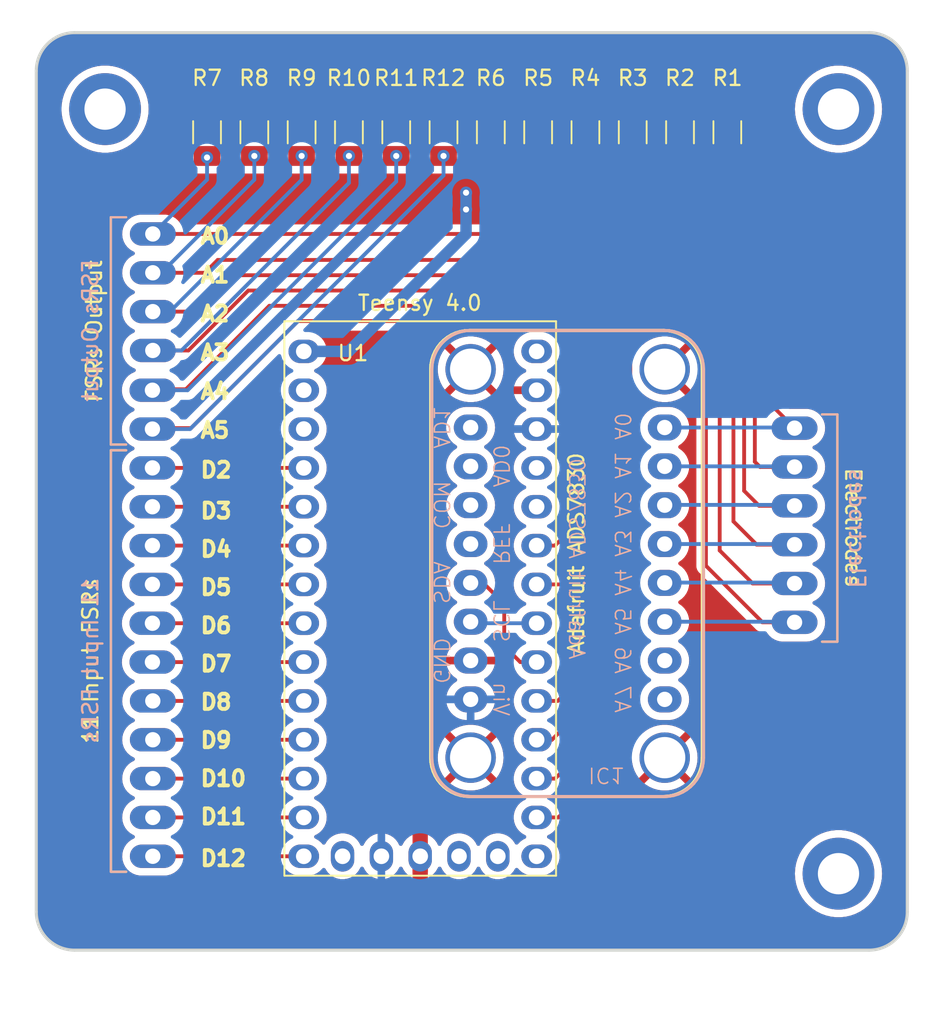
<source format=kicad_pcb>
(kicad_pcb (version 20221018) (generator pcbnew)
  (layers (0 "F.Cu" signal) (31 "B.Cu" signal) (34 "B.Paste" user) (35 "F.Paste" user) (36 "B.SilkS" user "B.Silkscreen") (37 "F.SilkS" user "F.Silkscreen") (38 "B.Mask" user) (39 "F.Mask" user) (44 "Edge.Cuts" user))
  (net 0 "")
  (net 1 "Net-(J1-Pad)")
  (net 2 "Net-(J2-Pad)")
  (net 3 "Net-(J3-Pad)")
  (net 4 "Net-(J4-Pad)")
  (net 5 "Net-(J5-Pad)")
  (net 6 "Net-(J6-Pad)")
  (net 7 "Net-(J7-Pad)")
  (net 8 "Net-(J8-Pad)")
  (net 9 "Net-(J9-Pad)")
  (net 10 "Net-(J10-Pad)")
  (net 11 "Net-(J11-Pad)")
  (net 14 "+3.3V")
  (net 20 "GND")
  (net 29 "/SDA")
  (net 30 "/SCL")
  (net 31 "/A0")
  (net 32 "/A1")
  (net 33 "/A2")
  (net 34 "/A3")
  (net 35 "/A4")
  (net 36 "/A5")
  (net 37 "/T_A0")
  (net 38 "/T_A1")
  (net 39 "/T_A2")
  (net 40 "/T_A3")
  (net 41 "/T_A7")
  (net 42 "/T_A6")
  (footprint "MasterThesis_library:Teensy_4.0" (layer "F.Cu") (at 147.5 94.49)
    (fp_text reference "U1" (at -4.4 -16.39) (layer "F.SilkS"))
    (fp_text value "Teensy_4.0")
    (pad "0" thru_hole oval (at -7.62 -13.97) (size 2 1.53) (drill 1.02) (layers "*.Cu" "*.Mask"))
    (pad "1" thru_hole oval (at -7.62 -11.43) (size 2 1.53) (drill 1.02) (layers "*.Cu" "*.Mask"))
    (pad "2" thru_hole oval (at -7.62 -8.89) (size 2 1.53) (drill 1.02) (layers "*.Cu" "*.Mask") (net 1 "Net-(J1-Pad)"))
    (pad "3" thru_hole oval (at -7.62 -6.35) (size 2 1.53) (drill 1.02) (layers "*.Cu" "*.Mask") (net 2 "Net-(J2-Pad)"))
    (pad "3.3V_1" thru_hole oval (at -2.54 16.51) (size 1.53 2) (drill 1.02) (layers "*.Cu" "*.Mask") (net 14 "+3.3V"))
    (pad "3.3V_2" thru_hole oval (at 7.62 -11.43) (size 2 1.53) (drill 1.02) (layers "*.Cu" "*.Mask") (net 14 "+3.3V"))
    (pad "4" thru_hole oval (at -7.62 -3.81) (size 2 1.53) (drill 1.02) (layers "*.Cu" "*.Mask") (net 3 "Net-(J3-Pad)"))
    (pad "5" thru_hole oval (at -7.62 -1.27) (size 2 1.53) (drill 1.02) (layers "*.Cu" "*.Mask") (net 4 "Net-(J4-Pad)"))
    (pad "6" thru_hole oval (at -7.62 1.27) (size 2 1.53) (drill 1.02) (layers "*.Cu" "*.Mask") (net 5 "Net-(J5-Pad)"))
    (pad "7" thru_hole oval (at -7.62 3.81) (size 2 1.53) (drill 1.02) (layers "*.Cu" "*.Mask") (net 6 "Net-(J6-Pad)"))
    (pad "8" thru_hole oval (at -7.62 6.35) (size 2 1.53) (drill 1.02) (layers "*.Cu" "*.Mask") (net 7 "Net-(J7-Pad)"))
    (pad "9" thru_hole oval (at -7.62 8.89) (size 2 1.53) (drill 1.02) (layers "*.Cu" "*.Mask") (net 8 "Net-(J8-Pad)"))
    (pad "10" thru_hole oval (at -7.62 11.43) (size 2 1.53) (drill 1.02) (layers "*.Cu" "*.Mask") (net 9 "Net-(J9-Pad)"))
    (pad "11" thru_hole oval (at -7.62 13.97) (size 2 1.53) (drill 1.02) (layers "*.Cu" "*.Mask") (net 10 "Net-(J10-Pad)"))
    (pad "12" thru_hole oval (at -7.62 16.51) (size 2 1.53) (drill 1.02) (layers "*.Cu" "*.Mask") (net 11 "Net-(J11-Pad)"))
    (pad "13" thru_hole oval (at 7.62 16.51) (size 2 1.53) (drill 1.02) (layers "*.Cu" "*.Mask"))
    (pad "14" thru_hole oval (at 7.62 13.97) (size 2 1.53) (drill 1.02) (layers "*.Cu" "*.Mask") (net 37 "/T_A0"))
    (pad "15" thru_hole oval (at 7.62 11.43) (size 2 1.53) (drill 1.02) (layers "*.Cu" "*.Mask") (net 38 "/T_A1"))
    (pad "16" thru_hole oval (at 7.62 8.89) (size 2 1.53) (drill 1.02) (layers "*.Cu" "*.Mask") (net 39 "/T_A2"))
    (pad "17" thru_hole oval (at 7.62 6.35) (size 2 1.53) (drill 1.02) (layers "*.Cu" "*.Mask") (net 40 "/T_A3"))
    (pad "18" thru_hole oval (at 7.62 3.81) (size 2 1.53) (drill 1.02) (layers "*.Cu" "*.Mask") (net 29 "/SDA"))
    (pad "19" thru_hole oval (at 7.62 1.27) (size 2 1.53) (drill 1.02) (layers "*.Cu" "*.Mask") (net 30 "/SCL"))
    (pad "20" thru_hole oval (at 7.62 -1.27) (size 2 1.53) (drill 1.02) (layers "*.Cu" "*.Mask") (net 42 "/T_A6"))
    (pad "21" thru_hole oval (at 7.62 -3.81) (size 2 1.53) (drill 1.02) (layers "*.Cu" "*.Mask") (net 41 "/T_A7"))
    (pad "22" thru_hole oval (at 7.62 -6.35) (size 2 1.53) (drill 1.02) (layers "*.Cu" "*.Mask"))
    (pad "23" thru_hole oval (at 7.62 -8.89) (size 2 1.53) (drill 1.02) (layers "*.Cu" "*.Mask"))
    (pad "G1" thru_hole oval (at -7.62 -16.51) (size 2 1.53) (drill 1.02) (layers "*.Cu" "*.Mask") (net 20 "GND"))
    (pad "G2" thru_hole oval (at 0 16.51) (size 1.53 2) (drill 1.02) (layers "*.Cu" "*.Mask") (net 20 "GND"))
    (pad "G3" thru_hole oval (at 7.62 -13.97) (size 2 1.53) (drill 1.02) (layers "*.Cu" "*.Mask") (net 20 "GND"))
    (pad "ON-OFF" thru_hole oval (at 5.08 16.51) (size 1.53 2) (drill 1.02) (layers "*.Cu" "*.Mask"))
    (pad "PGM" thru_hole oval (at 2.54 16.51) (size 1.53 2) (drill 1.02) (layers "*.Cu" "*.Mask"))
    (pad "VBAT" thru_hole oval (at -5.08 16.51) (size 1.53 2) (drill 1.02) (layers "*.Cu" "*.Mask"))
    (pad "VIN" thru_hole oval (at 7.62 -16.51) (size 2 1.53) (drill 1.02) (layers "*.Cu" "*.Mask"))
  )
  (footprint "MasterThesis_library:TH_Pad" (layer "F.Cu") (at 130 70.3 180)
    (fp_text reference "J12" hide)
    (fp_text value "~" hide)
    (pad "1" thru_hole oval (at 0 0 180) (size 3 1.524) (drill 1) (layers "*.Cu" "*.Mask") (net 37 "/T_A0"))
  )
  (footprint "Resistor_SMD:R_1206_3216Metric_Pad1.30x1.75mm_HandSolder" (layer "F.Cu") (at 133.549183 63.65 90)
    (fp_text reference "R7" (at 3.55 0.000817 180) (layer "F.SilkS"))
    (fp_text value "R")
    (pad "1" smd roundrect (at -1.55 0 90) (size 1.3 1.75) (layers "F.Cu" "F.Paste" "F.Mask") (roundrect_rratio 0.1923076923) (net 37 "/T_A0"))
    (pad "2" smd roundrect (at 1.55 0 90) (size 1.3 1.75) (layers "F.Cu" "F.Paste" "F.Mask") (roundrect_rratio 0.1923076923) (net 20 "GND"))
  )
  (footprint "Resistor_SMD:R_1206_3216Metric_Pad1.30x1.75mm_HandSolder" (layer "F.Cu") (at 142.835767 63.65 90)
    (fp_text reference "R10" (at 3.55 -0.005767 180) (layer "F.SilkS"))
    (fp_text value "R")
    (pad "1" smd roundrect (at -1.55 0 90) (size 1.3 1.75) (layers "F.Cu" "F.Paste" "F.Mask") (roundrect_rratio 0.1923076923) (net 40 "/T_A3"))
    (pad "2" smd roundrect (at 1.55 0 90) (size 1.3 1.75) (layers "F.Cu" "F.Paste" "F.Mask") (roundrect_rratio 0.1923076923) (net 20 "GND"))
  )
  (footprint "MasterThesis_library:TH_Pad" (layer "F.Cu") (at 129.999999 72.84 180)
    (fp_text reference "J13" hide)
    (fp_text value "~" hide)
    (pad "1" thru_hole oval (at 0 0 180) (size 3 1.524) (drill 1) (layers "*.Cu" "*.Mask") (net 38 "/T_A1"))
  )
  (footprint "Resistor_SMD:R_1206_3216Metric_Pad1.30x1.75mm_HandSolder" (layer "F.Cu") (at 161.408935 63.65 90)
    (fp_text reference "R3" (at 3.55 0.001065 180) (layer "F.SilkS"))
    (fp_text value "R")
    (pad "1" smd roundrect (at -1.55 0 90) (size 1.3 1.75) (layers "F.Cu" "F.Paste" "F.Mask") (roundrect_rratio 0.1923076923) (net 33 "/A2"))
    (pad "2" smd roundrect (at 1.55 0 90) (size 1.3 1.75) (layers "F.Cu" "F.Paste" "F.Mask") (roundrect_rratio 0.1923076923) (net 20 "GND"))
  )
  (footprint "MasterThesis_library:TH_Pad" (layer "F.Cu") (at 130 77.920001 180)
    (fp_text reference "J15" hide)
    (fp_text value "~" hide)
    (pad "1" thru_hole oval (at 0 0 180) (size 3 1.524) (drill 1) (layers "*.Cu" "*.Mask") (net 40 "/T_A3"))
  )
  (footprint "Resistor_SMD:R_1206_3216Metric_Pad1.30x1.75mm_HandSolder" (layer "F.Cu") (at 152.122351 63.65 90)
    (fp_text reference "R6" (at 3.55 -0.002351 180) (layer "F.SilkS"))
    (fp_text value "R")
    (pad "1" smd roundrect (at -1.55 0 90) (size 1.3 1.75) (layers "F.Cu" "F.Paste" "F.Mask") (roundrect_rratio 0.1923076923) (net 36 "/A5"))
    (pad "2" smd roundrect (at 1.55 0 90) (size 1.3 1.75) (layers "F.Cu" "F.Paste" "F.Mask") (roundrect_rratio 0.1923076923) (net 20 "GND"))
  )
  (footprint "MasterThesis_library:TH_Pad" (layer "F.Cu") (at 129.976 93.22)
    (fp_text reference "J4" hide)
    (fp_text value "~" hide)
    (pad "1" thru_hole oval (at 0 0) (size 3 1.524) (drill 1) (layers "*.Cu" "*.Mask") (net 4 "Net-(J4-Pad)"))
  )
  (footprint "clipboard:479cf161-736a-45d9-a045-d1ef12006b47" (layer "F.Cu") (at 165.965 91.85 90)
    (fp_text reference "" (at 0 0 90) (layer "F.SilkS") (effects (font (size 1.27 1.27))))
    (fp_text value "" (at 0 0 90) (layer "F.SilkS") (effects (font (size 1.27 1.27))))
  )
  (footprint "MasterThesis_library:TH_Pad" (layer "F.Cu") (at 129.976 88.14)
    (fp_text reference "J2" hide)
    (fp_text value "~" hide)
    (pad "1" thru_hole oval (at 0 0) (size 3 1.524) (drill 1) (layers "*.Cu" "*.Mask") (net 2 "Net-(J2-Pad)"))
  )
  (footprint "Resistor_SMD:R_1206_3216Metric_Pad1.30x1.75mm_HandSolder" (layer "F.Cu") (at 164.504463 63.65 90)
    (fp_text reference "R2" (at 3.55 -0.004463 180) (layer "F.SilkS"))
    (fp_text value "R")
    (pad "1" smd roundrect (at -1.55 0 90) (size 1.3 1.75) (layers "F.Cu" "F.Paste" "F.Mask") (roundrect_rratio 0.1923076923) (net 32 "/A1"))
    (pad "2" smd roundrect (at 1.55 0 90) (size 1.3 1.75) (layers "F.Cu" "F.Paste" "F.Mask") (roundrect_rratio 0.1923076923) (net 20 "GND"))
  )
  (footprint "MasterThesis_library:TH_Pad" (layer "F.Cu") (at 130 111)
    (fp_text reference "J11" hide)
    (fp_text value "~" hide)
    (pad "1" thru_hole oval (at 0 0) (size 3 1.524) (drill 1) (layers "*.Cu" "*.Mask") (net 11 "Net-(J11-Pad)"))
  )
  (footprint "MountingHole:MountingHole_2.7mm_M2.5_DIN965_Pad" (layer "F.Cu") (at 174.875 62.1375)
    (fp_text reference "H2" hide)
    (fp_text value "MountingHole" hide)
    (pad "1" thru_hole circle (at 0 0) (size 4.7 4.7) (drill 2.7) (layers "*.Cu" "*.Mask"))
  )
  (footprint "Resistor_SMD:R_1206_3216Metric_Pad1.30x1.75mm_HandSolder" (layer "F.Cu") (at 155.217879 63.65 90)
    (fp_text reference "R5" (at 3.55 0.002121 180) (layer "F.SilkS"))
    (fp_text value "R")
    (pad "1" smd roundrect (at -1.55 0 90) (size 1.3 1.75) (layers "F.Cu" "F.Paste" "F.Mask") (roundrect_rratio 0.1923076923) (net 35 "/A4"))
    (pad "2" smd roundrect (at 1.55 0 90) (size 1.3 1.75) (layers "F.Cu" "F.Paste" "F.Mask") (roundrect_rratio 0.1923076923) (net 20 "GND"))
  )
  (footprint "MasterThesis_library:TH_Pad" (layer "F.Cu") (at 129.976 85.6)
    (fp_text reference "J1" hide)
    (fp_text value "~" hide)
    (pad "1" thru_hole oval (at 0 0) (size 3 1.524) (drill 1) (layers "*.Cu" "*.Mask") (net 1 "Net-(J1-Pad)"))
  )
  (footprint "Resistor_SMD:R_1206_3216Metric_Pad1.30x1.75mm_HandSolder" (layer "F.Cu") (at 149.026823 63.65 90)
    (fp_text reference "R12" (at 3.55 -0.016823 180) (layer "F.SilkS"))
    (fp_text value "R")
    (pad "1" smd roundrect (at -1.55 0 90) (size 1.3 1.75) (layers "F.Cu" "F.Paste" "F.Mask") (roundrect_rratio 0.1923076923) (net 41 "/T_A7"))
    (pad "2" smd roundrect (at 1.55 0 90) (size 1.3 1.75) (layers "F.Cu" "F.Paste" "F.Mask") (roundrect_rratio 0.1923076923) (net 20 "GND"))
  )
  (footprint "Resistor_SMD:R_1206_3216Metric_Pad1.30x1.75mm_HandSolder" (layer "F.Cu") (at 167.6 63.65 90)
    (fp_text reference "R1" (at 3.55 0.01 180) (layer "F.SilkS"))
    (fp_text value "R")
    (pad "1" smd roundrect (at -1.55 0 90) (size 1.3 1.75) (layers "F.Cu" "F.Paste" "F.Mask") (roundrect_rratio 0.1923076923) (net 31 "/A0"))
    (pad "2" smd roundrect (at 1.55 0 90) (size 1.3 1.75) (layers "F.Cu" "F.Paste" "F.Mask") (roundrect_rratio 0.1923076923) (net 20 "GND"))
  )
  (footprint "MountingHole:MountingHole_2.7mm_M2.5_DIN965_Pad" (layer "F.Cu") (at 126.875 62.1375)
    (fp_text reference "H1" hide)
    (fp_text value "MountingHole" hide)
    (pad "1" thru_hole circle (at 0 0) (size 4.7 4.7) (drill 2.7) (layers "*.Cu" "*.Mask"))
  )
  (footprint "MasterThesis_library:TH_Pad" (layer "F.Cu") (at 129.976 95.76)
    (fp_text reference "J5" hide)
    (fp_text value "~" hide)
    (pad "1" thru_hole oval (at 0 0) (size 3 1.524) (drill 1) (layers "*.Cu" "*.Mask") (net 5 "Net-(J5-Pad)"))
  )
  (footprint "MasterThesis_library:TH_Pad" (layer "F.Cu") (at 129.976 83.06 180)
    (fp_text reference "J16" hide)
    (fp_text value "~" hide)
    (pad "1" thru_hole oval (at 0 0 180) (size 3 1.524) (drill 1) (layers "*.Cu" "*.Mask") (net 41 "/T_A7"))
  )
  (footprint "MasterThesis_library:TH_Pad" (layer "F.Cu") (at 129.976 98.3)
    (fp_text reference "J6" hide)
    (fp_text value "~" hide)
    (pad "1" thru_hole oval (at 0 0) (size 3 1.524) (drill 1) (layers "*.Cu" "*.Mask") (net 6 "Net-(J6-Pad)"))
  )
  (footprint "MountingHole:MountingHole_2.7mm_M2.5_DIN965_Pad" (layer "F.Cu") (at 174.875 112.1375)
    (fp_text reference "H3" hide)
    (fp_text value "MountingHole" hide)
    (pad "1" thru_hole circle (at 0 0) (size 4.7 4.7) (drill 2.7) (layers "*.Cu" "*.Mask"))
  )
  (footprint "MasterThesis_library:TH_Pad" (layer "F.Cu") (at 130 100.84)
    (fp_text reference "J7" hide)
    (fp_text value "~" hide)
    (pad "1" thru_hole oval (at 0 0) (size 3 1.524) (drill 1) (layers "*.Cu" "*.Mask") (net 7 "Net-(J7-Pad)"))
  )
  (footprint "Resistor_SMD:R_1206_3216Metric_Pad1.30x1.75mm_HandSolder" (layer "F.Cu") (at 158.313407 63.65 90)
    (fp_text reference "R4" (at 3.55 -0.003407 180) (layer "F.SilkS"))
    (fp_text value "R")
    (pad "1" smd roundrect (at -1.55 0 90) (size 1.3 1.75) (layers "F.Cu" "F.Paste" "F.Mask") (roundrect_rratio 0.1923076923) (net 34 "/A3"))
    (pad "2" smd roundrect (at 1.55 0 90) (size 1.3 1.75) (layers "F.Cu" "F.Paste" "F.Mask") (roundrect_rratio 0.1923076923) (net 20 "GND"))
  )
  (footprint "MasterThesis_library:TH_Pad" (layer "F.Cu") (at 130 103.38)
    (fp_text reference "J8" hide)
    (fp_text value "~" hide)
    (pad "1" thru_hole oval (at 0 0) (size 3 1.524) (drill 1) (layers "*.Cu" "*.Mask") (net 8 "Net-(J8-Pad)"))
  )
  (footprint "MasterThesis_library:TH_Pad" (layer "F.Cu") (at 130 108.46)
    (fp_text reference "J10" hide)
    (fp_text value "~" hide)
    (pad "1" thru_hole oval (at 0 0) (size 3 1.524) (drill 1) (layers "*.Cu" "*.Mask") (net 10 "Net-(J10-Pad)"))
  )
  (footprint "MasterThesis_library:TH_Pad" (layer "F.Cu") (at 130 105.92)
    (fp_text reference "J9" hide)
    (fp_text value "~" hide)
    (pad "1" thru_hole oval (at 0 0) (size 3 1.524) (drill 1) (layers "*.Cu" "*.Mask") (net 9 "Net-(J9-Pad)"))
  )
  (footprint "Resistor_SMD:R_1206_3216Metric_Pad1.30x1.75mm_HandSolder" (layer "F.Cu") (at 136.644711 63.65 90)
    (fp_text reference "R8" (at 3.55 -0.014711 180) (layer "F.SilkS"))
    (fp_text value "R")
    (pad "1" smd roundrect (at -1.55 0 90) (size 1.3 1.75) (layers "F.Cu" "F.Paste" "F.Mask") (roundrect_rratio 0.1923076923) (net 38 "/T_A1"))
    (pad "2" smd roundrect (at 1.55 0 90) (size 1.3 1.75) (layers "F.Cu" "F.Paste" "F.Mask") (roundrect_rratio 0.1923076923) (net 20 "GND"))
  )
  (footprint "MasterThesis_library:TH_Pad" (layer "F.Cu") (at 129.999999 75.38 180)
    (fp_text reference "J14" hide)
    (fp_text value "~" hide)
    (pad "1" thru_hole oval (at 0 0 180) (size 3 1.524) (drill 1) (layers "*.Cu" "*.Mask") (net 39 "/T_A2"))
  )
  (footprint "Resistor_SMD:R_1206_3216Metric_Pad1.30x1.75mm_HandSolder" (layer "F.Cu") (at 139.740239 63.65 90)
    (fp_text reference "R9" (at 3.55 -0.000239 180) (layer "F.SilkS"))
    (fp_text value "R")
    (pad "1" smd roundrect (at -1.55 0 90) (size 1.3 1.75) (layers "F.Cu" "F.Paste" "F.Mask") (roundrect_rratio 0.1923076923) (net 39 "/T_A2"))
    (pad "2" smd roundrect (at 1.55 0 90) (size 1.3 1.75) (layers "F.Cu" "F.Paste" "F.Mask") (roundrect_rratio 0.1923076923) (net 20 "GND"))
  )
  (footprint "MasterThesis_library:TH_Pad" (layer "F.Cu") (at 129.976 80.52 180)
    (fp_text reference "J17" hide)
    (fp_text value "~" hide)
    (pad "1" thru_hole oval (at 0 0 180) (size 3 1.524) (drill 1) (layers "*.Cu" "*.Mask") (net 42 "/T_A6"))
  )
  (footprint "MasterThesis_library:TH_Pad" (layer "F.Cu") (at 129.976 90.68)
    (fp_text reference "J3" hide)
    (fp_text value "~" hide)
    (pad "1" thru_hole oval (at 0 0) (size 3 1.524) (drill 1) (layers "*.Cu" "*.Mask") (net 3 "Net-(J3-Pad)"))
  )
  (footprint "Resistor_SMD:R_1206_3216Metric_Pad1.30x1.75mm_HandSolder" (layer "F.Cu") (at 145.931295 63.65 90)
    (fp_text reference "R11" (at 3.55 -0.001295 180) (layer "F.SilkS"))
    (fp_text value "R")
    (pad "1" smd roundrect (at -1.55 0 90) (size 1.3 1.75) (layers "F.Cu" "F.Paste" "F.Mask") (roundrect_rratio 0.1923076923) (net 42 "/T_A6"))
    (pad "2" smd roundrect (at 1.55 0 90) (size 1.3 1.75) (layers "F.Cu" "F.Paste" "F.Mask") (roundrect_rratio 0.1923076923) (net 20 "GND"))
  )
  (footprint "MasterThesis_library:TH_Pad" (layer "B.Cu") (at 172 95.7)
    (fp_text reference "J23" hide)
    (fp_text value "~" hide)
    (pad "1" thru_hole oval (at 0 0) (size 3 1.524) (drill 1) (layers "*.Cu" "*.Mask") (net 36 "/A5"))
  )
  (footprint "MasterThesis_library:TH_Pad" (layer "B.Cu") (at 172 83)
    (fp_text reference "J18" hide)
    (fp_text value "~" hide)
    (pad "1" thru_hole oval (at 0 0) (size 3 1.524) (drill 1) (layers "*.Cu" "*.Mask") (net 31 "/A0"))
  )
  (footprint "MasterThesis_library:TH_Pad" (layer "B.Cu") (at 172 90.62)
    (fp_text reference "J21" hide)
    (fp_text value "~" hide)
    (pad "1" thru_hole oval (at 0 0) (size 3 1.524) (drill 1) (layers "*.Cu" "*.Mask") (net 34 "/A3"))
  )
  (footprint "MasterThesis_library:TH_Pad" (layer "B.Cu") (at 172 88.08)
    (fp_text reference "J20" hide)
    (fp_text value "~" hide)
    (pad "1" thru_hole oval (at 0 0) (size 3 1.524) (drill 1) (layers "*.Cu" "*.Mask") (net 33 "/A2"))
  )
  (footprint "MasterThesis_library:TH_Pad" (layer "B.Cu") (at 172 93.16)
    (fp_text reference "J22" hide)
    (fp_text value "~" hide)
    (pad "1" thru_hole oval (at 0 0) (size 3 1.524) (drill 1) (layers "*.Cu" "*.Mask") (net 35 "/A4"))
  )
  (footprint "MasterThesis_library:Adafruit_ADS7830_Breakout" (layer "B.Cu") (at 157.15 91.85 90)
    (fp_text reference "IC1" (at -13.85 2.55 180 unlocked) (layer "B.SilkS") (effects (font (thickness 0.1)) (justify mirror)))
    (fp_text value "~" hide)
    (fp_text user "AD1" (at 7.435238 -8.85 270 unlocked) (layer "B.SilkS") (effects (font (thickness 0.1)) (justify left bottom mirror)))
    (fp_text user "SDA" (at -2.724762 -8.85 270 unlocked) (layer "B.SilkS") (effects (font (thickness 0.1)) (justify left bottom mirror)))
    (fp_text user "Vin" (at -10.05 -4.95 270 unlocked) (layer "B.SilkS") (effects (font (thickness 0.1)) (justify left bottom mirror)))
    (fp_text user "A5" (at -4.74626 3 270 unlocked) (layer "B.SilkS") (effects (font (thickness 0.1)) (justify left bottom mirror)))
    (fp_text user "A4" (at -2.197009 3 270 unlocked) (layer "B.SilkS") (effects (font (thickness 0.1)) (justify left bottom mirror)))
    (fp_text user "A1" (at 5.450744 3 270 unlocked) (layer "B.SilkS") (effects (font (thickness 0.1)) (justify left bottom mirror)))
    (fp_text user "GND" (at -7.95 -8.85 270 unlocked) (layer "B.SilkS") (effects (font (thickness 0.1)) (justify left bottom mirror)))
    (fp_text user "REF" (at -0.151905 -4.95 270 unlocked) (layer "B.SilkS") (effects (font (thickness 0.1)) (justify left bottom mirror)))
    (fp_text user "A2" (at 2.901493 3 270 unlocked) (layer "B.SilkS") (effects (font (thickness 0.1)) (justify left bottom mirror)))
    (fp_text user "AD0" (at 4.904285 -4.95 270 unlocked) (layer "B.SilkS") (effects (font (thickness 0.1)) (justify left bottom mirror)))
    (fp_text user "SCL" (at -5.231905 -4.95 270 unlocked) (layer "B.SilkS") (effects (font (thickness 0.1)) (justify left bottom mirror)))
    (fp_text user "A0" (at 8 3 270 unlocked) (layer "B.SilkS") (effects (font (thickness 0.1)) (justify left bottom mirror)))
    (fp_text user "COM" (at 2.164762 -8.85 270 unlocked) (layer "B.SilkS") (effects (font (thickness 0.1)) (justify left bottom mirror)))
    (fp_text user "A3" (at 0.352242 3 270 unlocked) (layer "B.SilkS") (effects (font (thickness 0.1)) (justify left bottom mirror)))
    (fp_text user "Adafruit ADS7830" (at -6.35 0 270 unlocked) (layer "B.SilkS") (effects (font (thickness 0.1)) (justify left bottom mirror)))
    (fp_text user "A7" (at -9.844762 3 270 unlocked) (layer "B.SilkS") (effects (font (thickness 0.1)) (justify left bottom mirror)))
    (fp_text user "A6" (at -7.295511 3 270 unlocked) (layer "B.SilkS") (effects (font (thickness 0.1)) (justify left bottom mirror)))
    (pad "0" thru_hole circle (at -12.7 -6.35 90) (size 3.3 3.3) (drill 2.7) (layers "*.Cu" "*.Mask") (net 20 "GND"))
    (pad "0" thru_hole circle (at -12.7 6.35 90) (size 3.3 3.3) (drill 2.7) (layers "*.Cu" "*.Mask") (net 20 "GND"))
    (pad "0" thru_hole circle (at 12.7 -6.35 90) (size 3.3 3.3) (drill 2.7) (layers "*.Cu" "*.Mask") (net 20 "GND"))
    (pad "0" thru_hole circle (at 12.7 6.35 90) (size 3.3 3.3) (drill 2.7) (layers "*.Cu" "*.Mask") (net 20 "GND"))
    (pad "1" thru_hole oval (at -8.89 6.35 90) (size 1.7 2.2) (drill 1) (layers "*.Cu" "*.Mask"))
    (pad "2" thru_hole oval (at -6.35 6.35 90) (size 1.7 2.2) (drill 1) (layers "*.Cu" "*.Mask"))
    (pad "3" thru_hole oval (at -3.81 6.35 90) (size 1.7 2.2) (drill 1) (layers "*.Cu" "*.Mask") (net 36 "/A5"))
    (pad "4" thru_hole oval (at -1.27 6.35 90) (size 1.7 2.2) (drill 1) (layers "*.Cu" "*.Mask") (net 35 "/A4"))
    (pad "5" thru_hole oval (at 1.27 6.35 90) (size 1.7 2.2) (drill 1) (layers "*.Cu" "*.Mask") (net 34 "/A3"))
    (pad "6" thru_hole oval (at 3.81 6.35 90) (size 1.7 2.2) (drill 1) (layers "*.Cu" "*.Mask") (net 33 "/A2"))
    (pad "7" thru_hole oval (at 6.35 6.35 90) (size 1.7 2.2) (drill 1) (layers "*.Cu" "*.Mask") (net 32 "/A1"))
    (pad "8" thru_hole oval (at 8.89 6.35 90) (size 1.7 2.2) (drill 1) (layers "*.Cu" "*.Mask") (net 31 "/A0"))
    (pad "9" thru_hole oval (at 8.89 -6.35 90) (size 1.7 2.2) (drill 1) (layers "*.Cu" "*.Mask"))
    (pad "10" thru_hole oval (at 6.35 -6.35 90) (size 1.7 2.2) (drill 1) (layers "*.Cu" "*.Mask"))
    (pad "11" thru_hole oval (at 3.81 -6.35 90) (size 1.7 2.2) (drill 1) (layers "*.Cu" "*.Mask"))
    (pad "12" thru_hole oval (at 1.27 -6.35 90) (size 1.7 2.2) (drill 1) (layers "*.Cu" "*.Mask"))
    (pad "13" thru_hole oval (at -1.27 -6.35 90) (size 1.7 2.2) (drill 1) (layers "*.Cu" "*.Mask") (net 29 "/SDA"))
    (pad "14" thru_hole oval (at -3.81 -6.35 90) (size 1.7 2.2) (drill 1) (layers "*.Cu" "*.Mask") (net 30 "/SCL"))
    (pad "15" thru_hole oval (at -6.35 -6.35 90) (size 1.7 2.2) (drill 1) (layers "*.Cu" "*.Mask") (net 20 "GND"))
    (pad "16" thru_hole oval (at -8.89 -6.35 90) (size 1.7 2.2) (drill 1) (layers "*.Cu" "*.Mask") (net 14 "+3.3V"))
  )
  (footprint "MasterThesis_library:TH_Pad" (layer "B.Cu") (at 172 85.54)
    (fp_text reference "J19" hide)
    (fp_text value "~" hide)
    (pad "1" thru_hole oval (at 0 0) (size 3 1.524) (drill 1) (layers "*.Cu" "*.Mask") (net 32 "/A1"))
  )
  (gr_line (start 128.254 84.073999) (end 127.254 84.074) (stroke (width 0.15)) (layer "B.SilkS"))
  (gr_line (start 128.262 84.448) (end 127.262 84.447999) (stroke (width 0.15)) (layer "B.SilkS"))
  (gr_line locked (start 127.262 84.447999) (end 127.254 112.014) (stroke (width 0.15)) (layer "B.SilkS"))
  (gr_line (start 128.254 69.208) (end 127.254 69.208) (stroke (width 0.15)) (layer "B.SilkS"))
  (gr_line locked (start 174.8 96.967999) (end 174.8 82.101999) (stroke (width 0.15)) (layer "B.SilkS"))
  (gr_line (start 173.8 82.102) (end 174.8 82.101999) (stroke (width 0.15)) (layer "B.SilkS"))
  (gr_line (start 173.8 96.967999) (end 174.8 96.967999) (stroke (width 0.15)) (layer "B.SilkS"))
  (gr_line (start 128.254 112.014) (end 127.254 112.014) (stroke (width 0.15)) (layer "B.SilkS"))
  (gr_line (start 127.254 69.208) (end 127.254 84.074) (stroke (width 0.15)) (layer "B.SilkS"))
  (gr_line (start 127.254 69.208) (end 128.254 69.208) (stroke (width 0.15)) (layer "F.SilkS"))
  (gr_line (start 127.254 69.208) (end 127.254 84.074) (stroke (width 0.15)) (layer "F.SilkS"))
  (gr_line (start 174.8 96.968) (end 174.8 82.102) (stroke (width 0.15)) (layer "F.SilkS"))
  (gr_line (start 127.254 84.448) (end 128.254 84.448) (stroke (width 0.15)) (layer "F.SilkS"))
  (gr_line (start 127.254 84.074) (end 128.254 84.074) (stroke (width 0.15)) (layer "F.SilkS"))
  (gr_line (start 127.262 112.014) (end 128.262 112.014) (stroke (width 0.15)) (layer "F.SilkS"))
  (gr_line (start 127.254 84.448) (end 127.262 111.948476) (stroke (width 0.15)) (layer "F.SilkS"))
  (gr_line (start 174.8 82.102) (end 173.8 82.102) (stroke (width 0.15)) (layer "F.SilkS"))
  (gr_line (start 174.8 96.968) (end 173.8 96.967999) (stroke (width 0.15)) (layer "F.SilkS"))
  (gr_line locked (start 124.875 117.1375) (end 176.875 117.1375) (stroke (width 0.2)) (layer "Edge.Cuts"))
  (gr_arc locked (start 122.375 59.6375) (mid 123.107233 57.869733) (end 124.875 57.1375) (stroke (width 0.2)) (layer "Edge.Cuts"))
  (gr_arc locked (start 176.875 57.1375) (mid 178.642767 57.869733) (end 179.375 59.6375) (stroke (width 0.2)) (layer "Edge.Cuts"))
  (gr_line locked (start 179.375 114.6375) (end 179.375 59.6375) (stroke (width 0.2)) (layer "Edge.Cuts"))
  (gr_arc locked (start 124.875 117.1375) (mid 123.107233 116.405267) (end 122.375 114.6375) (stroke (width 0.2)) (layer "Edge.Cuts"))
  (gr_line locked (start 122.375 59.6375) (end 122.375 114.6375) (stroke (width 0.2)) (layer "Edge.Cuts"))
  (gr_arc locked (start 179.375 114.6375) (mid 178.642767 116.405267) (end 176.875 117.1375) (stroke (width 0.2)) (layer "Edge.Cuts"))
  (gr_line locked (start 176.875 57.1375) (end 124.875 57.1375) (stroke (width 0.2)) (layer "Edge.Cuts"))
  (gr_text "FSRs Output" (at 126.5 71.873142 90) (layer "B.SilkS") (effects (font (size 1 1)) (justify left bottom mirror)))
  (gr_text "11 Input FSRs" (at 126.5 92.701237 90) (layer "B.SilkS") (effects (font (size 1 1)) (justify left bottom mirror)))
  (gr_text "Electrodes" (at 175.5 93.564762 -90) (layer "B.SilkS") (effects (font (size 1 1)) (justify left bottom mirror)))
  (gr_text "11 Input FSRs" (at 126.5 103.728001 90) (layer "F.SilkS") (effects (font (size 1 1)) (justify left bottom)))
  (gr_text "Adafruit ADS7830" (at 158.3 97.9 90) (layer "F.SilkS") (effects (font (size 1 1)) (justify left bottom)))
  (gr_text "D9" (at 133 104) (layer "F.SilkS") (effects (font (size 1 1) (thickness 0.25) bold) (justify left bottom)))
  (gr_text "D12" (at 133 111.72625) (layer "F.SilkS") (effects (font (size 1 1) (thickness 0.25) bold) (justify left bottom)))
  (gr_text "A2" (at 133 76.10625) (layer "F.SilkS") (effects (font (size 1 1) (thickness 0.25) bold) (justify left bottom)))
  (gr_text "D4" (at 133 91.5) (layer "F.SilkS") (effects (font (size 1 1) (thickness 0.25) bold) (justify left bottom)))
  (gr_text "D11" (at 133 109) (layer "F.SilkS") (effects (font (size 1 1) (thickness 0.25) bold) (justify left bottom)))
  (gr_text "D6" (at 133 96.5) (layer "F.SilkS") (effects (font (size 1 1) (thickness 0.25) bold) (justify left bottom)))
  (gr_text "A3" (at 133 78.64625) (layer "F.SilkS") (effects (font (size 1 1) (thickness 0.25) bold) (justify left bottom)))
  (gr_text "A4" (at 133 81.18625) (layer "F.SilkS") (effects (font (size 1 1) (thickness 0.25) bold) (justify left bottom)))
  (gr_text "D2" (at 133 86.32625) (layer "F.SilkS") (effects (font (size 1 1) (thickness 0.25) bold) (justify left bottom)))
  (gr_text "D3" (at 133 89) (layer "F.SilkS") (effects (font (size 1 1) (thickness 0.25) bold) (justify left bottom)))
  (gr_text "A5" (at 133 83.72625) (layer "F.SilkS") (effects (font (size 1 1) (thickness 0.25) bold) (justify left bottom)))
  (gr_text "D5" (at 133 94) (layer "F.SilkS") (effects (font (size 1 1) (thickness 0.25) bold) (justify left bottom)))
  (gr_text "D7" (at 133 99) (layer "F.SilkS") (effects (font (size 1 1) (thickness 0.25) bold) (justify left bottom)))
  (gr_text "D10" (at 133 106.5) (layer "F.SilkS") (effects (font (size 1 1) (thickness 0.25) bold) (justify left bottom)))
  (gr_text "Teensy 4.0" (at 143.327381 75.4) (layer "F.SilkS") (effects (font (size 1 1)) (justify left bottom)))
  (gr_text "D8" (at 133 101.5) (layer "F.SilkS") (effects (font (size 1 1) (thickness 0.25) bold) (justify left bottom)))
  (gr_text "Electrodes" (at 175.25 85.505237 -90) (layer "F.SilkS") (effects (font (size 1 1)) (justify left bottom)))
  (gr_text "A1" (at 133 73.56625) (layer "F.SilkS") (effects (font (size 1 1) (thickness 0.25) bold) (justify left bottom)))
  (gr_text "FSRs Output" (at 126.746 81.408858 90) (layer "F.SilkS") (effects (font (size 1 1)) (justify left bottom)))
  (gr_text "A0" (at 133 71.02625) (layer "F.SilkS") (effects (font (size 1 1) (thickness 0.25) bold) (justify left bottom)))
  (segment (start 129.976 85.6) (end 139.88 85.6) (width 0.25) (layer "F.Cu") (net 1))
  (segment (start 129.976 88.14) (end 139.88 88.14) (width 0.25) (layer "F.Cu") (net 2))
  (segment (start 129.976 90.68) (end 139.88 90.68) (width 0.25) (layer "F.Cu") (net 3))
  (segment (start 129.976 93.22) (end 139.88 93.22) (width 0.25) (layer "F.Cu") (net 4))
  (segment (start 129.976 95.76) (end 139.88 95.76) (width 0.25) (layer "F.Cu") (net 5))
  (segment (start 129.976 98.3) (end 139.88 98.3) (width 0.25) (layer "F.Cu") (net 6))
  (segment (start 130 100.84) (end 139.88 100.84) (width 0.25) (layer "F.Cu") (net 7))
  (segment (start 130 103.38) (end 139.88 103.38) (width 0.25) (layer "F.Cu") (net 8))
  (segment (start 130 105.92) (end 139.88 105.92) (width 0.25) (layer "F.Cu") (net 9))
  (segment (start 130 108.46) (end 139.88 108.46) (width 0.25) (layer "F.Cu") (net 10))
  (segment (start 130 111) (end 139.88 111) (width 0.25) (layer "F.Cu") (net 11))
  (segment (start 147.5 109.6) (end 147.5 112) (width 1) (layer "F.Cu") (net 20))
  (segment (start 147.5 111) (end 147.5 112.5) (width 1) (layer "F.Cu") (net 20))
  (via (at 150.5 67.6) (size 0.8) (drill 0.4) (layers "F.Cu" "B.Cu") (net 20))
  (via (at 150.5 68.7) (size 0.8) (drill 0.4) (layers "F.Cu" "B.Cu") (net 20))
  (segment (start 150.5 67.6) (end 150.5 68.7) (width 0.75) (layer "B.Cu") (net 20))
  (segment (start 142.82 77.98) (end 139.88 77.98) (width 0.75) (layer "B.Cu") (net 20))
  (segment (start 150.5 70.3) (end 142.82 77.98) (width 0.75) (layer "B.Cu") (net 20))
  (segment (start 150.5 68.7) (end 150.5 70.3) (width 0.75) (layer "B.Cu") (net 20))
  (segment (start 153 94.5) (end 151.62 93.12) (width 0.25) (layer "F.Cu") (net 29))
  (segment (start 153 97.25) (end 153 94.5) (width 0.25) (layer "F.Cu") (net 29))
  (segment (start 154.05 98.3) (end 153 97.25) (width 0.25) (layer "F.Cu") (net 29))
  (segment (start 155.12 98.3) (end 154.05 98.3) (width 0.25) (layer "F.Cu") (net 29))
  (segment (start 151.62 93.12) (end 150.8 93.12) (width 0.25) (layer "F.Cu") (net 29))
  (segment (start 155.12 95.76) (end 150.9 95.76) (width 0.25) (layer "B.Cu") (net 30))
  (segment (start 150.9 95.76) (end 150.8 95.66) (width 0.25) (layer "B.Cu") (net 30))
  (segment (start 170.7 71.1) (end 170.7 81.7) (width 0.25) (layer "F.Cu") (net 31))
  (segment (start 167.6 65.2) (end 167.6 68) (width 0.25) (layer "F.Cu") (net 31))
  (segment (start 167.6 68) (end 170.7 71.1) (width 0.25) (layer "F.Cu") (net 31))
  (segment (start 170.7 81.7) (end 172 83) (width 0.25) (layer "F.Cu") (net 31))
  (segment (start 171.96 82.96) (end 172 83) (width 0.25) (layer "B.Cu") (net 31))
  (segment (start 163.5 82.96) (end 171.96 82.96) (width 0.25) (layer "B.Cu") (net 31))
  (segment (start 164.504463 67.504463) (end 169.4 72.4) (width 0.25) (layer "F.Cu") (net 32))
  (segment (start 169.74 85.54) (end 172 85.54) (width 0.25) (layer "F.Cu") (net 32))
  (segment (start 169.4 85.2) (end 169.74 85.54) (width 0.25) (layer "F.Cu") (net 32))
  (segment (start 169.4 72.4) (end 169.4 85.2) (width 0.25) (layer "F.Cu") (net 32))
  (segment (start 164.504463 65.2) (end 164.504463 67.504463) (width 0.25) (layer "F.Cu") (net 32))
  (segment (start 163.5 85.5) (end 171.96 85.5) (width 0.25) (layer "B.Cu") (net 32))
  (segment (start 171.96 85.5) (end 172 85.54) (width 0.25) (layer "B.Cu") (net 32))
  (segment (start 168.7 87.1) (end 168.7 73.2) (width 0.25) (layer "F.Cu") (net 33))
  (segment (start 172 88.08) (end 169.68 88.08) (width 0.25) (layer "F.Cu") (net 33))
  (segment (start 161.408935 65.908935) (end 161.408935 65.2) (width 0.25) (layer "F.Cu") (net 33))
  (segment (start 168.7 73.2) (end 161.408935 65.908935) (width 0.25) (layer "F.Cu") (net 33))
  (segment (start 169.68 88.08) (end 168.7 87.1) (width 0.25) (layer "F.Cu") (net 33))
  (segment (start 171.94 88.02) (end 163.52 88.02) (width 0.25) (layer "B.Cu") (net 33))
  (segment (start 172 88.08) (end 171.94 88.02) (width 0.25) (layer "B.Cu") (net 33))
  (segment (start 163.52 88.02) (end 163.5 88.04) (width 0.25) (layer "B.Cu") (net 33))
  (segment (start 169.52 90.62) (end 168 89.1) (width 0.25) (layer "F.Cu") (net 34))
  (segment (start 168 74.886593) (end 158.313407 65.2) (width 0.25) (layer "F.Cu") (net 34))
  (segment (start 172 90.62) (end 169.52 90.62) (width 0.25) (layer "F.Cu") (net 34))
  (segment (start 168 89.1) (end 168 74.886593) (width 0.25) (layer "F.Cu") (net 34))
  (segment (start 163.5 90.58) (end 171.96 90.58) (width 0.25) (layer "B.Cu") (net 34))
  (segment (start 171.96 90.58) (end 172 90.62) (width 0.25) (layer "B.Cu") (net 34))
  (segment (start 155.217879 66.817879) (end 155.217879 65.2) (width 0.25) (layer "F.Cu") (net 35))
  (segment (start 156.1 67.7) (end 155.217879 66.817879) (width 0.25) (layer "F.Cu") (net 35))
  (segment (start 167.1 91) (end 167.1 76.1) (width 0.25) (layer "F.Cu") (net 35))
  (segment (start 167.1 76.1) (end 158.7 67.7) (width 0.25) (layer "F.Cu") (net 35))
  (segment (start 158.7 67.7) (end 156.1 67.7) (width 0.25) (layer "F.Cu") (net 35))
  (segment (start 172 93.16) (end 169.26 93.16) (width 0.25) (layer "F.Cu") (net 35))
  (segment (start 169.26 93.16) (end 167.1 91) (width 0.25) (layer "F.Cu") (net 35))
  (segment (start 172 93.16) (end 171.94 93.1) (width 0.25) (layer "B.Cu") (net 35))
  (segment (start 171.94 93.1) (end 163.52 93.1) (width 0.25) (layer "B.Cu") (net 35))
  (segment (start 163.52 93.1) (end 163.5 93.12) (width 0.25) (layer "B.Cu") (net 35))
  (segment (start 152.122351 66.522351) (end 152.122351 65.2) (width 0.25) (layer "F.Cu") (net 36))
  (segment (start 169.9 95.7) (end 166.2 92) (width 0.25) (layer "F.Cu") (net 36))
  (segment (start 172 95.7) (end 169.9 95.7) (width 0.25) (layer "F.Cu") (net 36))
  (segment (start 166.2 92) (end 166.2 77.2) (width 0.25) (layer "F.Cu") (net 36))
  (segment (start 154.3 68.7) (end 152.122351 66.522351) (width 0.25) (layer "F.Cu") (net 36))
  (segment (start 166.2 77.2) (end 157.7 68.7) (width 0.25) (layer "F.Cu") (net 36))
  (segment (start 157.7 68.7) (end 154.3 68.7) (width 0.25) (layer "F.Cu") (net 36))
  (segment (start 171.96 95.66) (end 172 95.7) (width 0.25) (layer "B.Cu") (net 36))
  (segment (start 163.5 95.66) (end 171.96 95.66) (width 0.25) (layer "B.Cu") (net 36))
  (segment (start 161.25 74.55) (end 161.25 103.75) (width 0.25) (layer "F.Cu") (net 37))
  (segment (start 161.25 103.75) (end 156.54 108.46) (width 0.25) (layer "F.Cu") (net 37))
  (segment (start 156.54 108.46) (end 155.12 108.46) (width 0.25) (layer "F.Cu") (net 37))
  (segment (start 157 70.3) (end 161.25 74.55) (width 0.25) (layer "F.Cu") (net 37))
  (segment (start 130 70.3) (end 157 70.3) (width 0.25) (layer "F.Cu") (net 37))
  (via (at 133.549183 65.3) (size 0.8) (drill 0.4) (layers "F.Cu" "B.Cu") (net 37))
  (segment (start 133.549183 66.750817) (end 130 70.3) (width 0.25) (layer "B.Cu") (net 37))
  (segment (start 133.549183 65.3) (end 133.549183 66.750817) (width 0.25) (layer "B.Cu") (net 37))
  (segment (start 129.999999 72.84) (end 133.41 72.84) (width 0.25) (layer "F.Cu") (net 38))
  (segment (start 160.5 101.75) (end 156.33 105.92) (width 0.25) (layer "F.Cu") (net 38))
  (segment (start 157.3 72) (end 160.5 75.2) (width 0.25) (layer "F.Cu") (net 38))
  (segment (start 160.5 75.2) (end 160.5 101.75) (width 0.25) (layer "F.Cu") (net 38))
  (segment (start 156.33 105.92) (end 155.12 105.92) (width 0.25) (layer "F.Cu") (net 38))
  (segment (start 133.41 72.84) (end 134.25 72) (width 0.25) (layer "F.Cu") (net 38))
  (segment (start 134.25 72) (end 157.3 72) (width 0.25) (layer "F.Cu") (net 38))
  (via (at 136.644711 65.2) (size 0.8) (drill 0.4) (layers "F.Cu" "B.Cu") (net 38))
  (segment (start 136.644711 65.2) (end 136.644711 66.755289) (width 0.25) (layer "B.Cu") (net 38))
  (segment (start 130.56 72.84) (end 129.999999 72.84) (width 0.25) (layer "B.Cu") (net 38))
  (segment (start 136.644711 66.755289) (end 130.56 72.84) (width 0.25) (layer "B.Cu") (net 38))
  (segment (start 129.999999 75.38) (end 132.745 75.38) (width 0.25) (layer "F.Cu") (net 39))
  (segment (start 157 73) (end 159.75 75.75) (width 0.25) (layer "F.Cu") (net 39))
  (segment (start 135.125 73) (end 157 73) (width 0.25) (layer "F.Cu") (net 39))
  (segment (start 132.745 75.38) (end 135.125 73) (width 0.25) (layer "F.Cu") (net 39))
  (segment (start 156.12 103.38) (end 155.12 103.38) (width 0.25) (layer "F.Cu") (net 39))
  (segment (start 159.75 99.75) (end 156.12 103.38) (width 0.25) (layer "F.Cu") (net 39))
  (segment (start 159.75 75.75) (end 159.75 99.75) (width 0.25) (layer "F.Cu") (net 39))
  (via (at 139.740239 65.2) (size 0.8) (drill 0.4) (layers "F.Cu" "B.Cu") (net 39))
  (segment (start 139.740239 66.759761) (end 131.12 75.38) (width 0.25) (layer "B.Cu") (net 39))
  (segment (start 139.740239 65.2) (end 139.740239 66.759761) (width 0.25) (layer "B.Cu") (net 39))
  (segment (start 131.12 75.38) (end 129.999999 75.38) (width 0.25) (layer "B.Cu") (net 39))
  (segment (start 156.5 100.84) (end 155.12 100.84) (width 0.25) (layer "F.Cu") (net 40))
  (segment (start 156.6 74) (end 159 76.4) (width 0.25) (layer "F.Cu") (net 40))
  (segment (start 159 98.34) (end 156.5 100.84) (width 0.25) (layer "F.Cu") (net 40))
  (segment (start 136.25 74) (end 156.6 74) (width 0.25) (layer "F.Cu") (net 40))
  (segment (start 159 76.4) (end 159 98.34) (width 0.25) (layer "F.Cu") (net 40))
  (segment (start 132.329999 77.920001) (end 136.25 74) (width 0.25) (layer "F.Cu") (net 40))
  (segment (start 130 77.920001) (end 132.329999 77.920001) (width 0.25) (layer "F.Cu") (net 40))
  (via (at 142.835767 65.2) (size 0.8) (drill 0.4) (layers "F.Cu" "B.Cu") (net 40))
  (segment (start 131.879999 77.920001) (end 130 77.920001) (width 0.25) (layer "B.Cu") (net 40))
  (segment (start 142.835767 65.2) (end 142.835767 66.964233) (width 0.25) (layer "B.Cu") (net 40))
  (segment (start 142.835767 66.964233) (end 131.879999 77.920001) (width 0.25) (layer "B.Cu") (net 40))
  (segment (start 157.48 77.48) (end 157.48 89.52) (width 0.25) (layer "F.Cu") (net 41))
  (segment (start 139.5 76) (end 156 76) (width 0.25) (layer "F.Cu") (net 41))
  (segment (start 157.48 89.52) (end 156.32 90.68) (width 0.25) (layer "F.Cu") (net 41))
  (segment (start 132.5 83) (end 139.5 76) (width 0.25) (layer "F.Cu") (net 41))
  (segment (start 156.32 90.68) (end 155.12 90.68) (width 0.25) (layer "F.Cu") (net 41))
  (segment (start 130 83) (end 132.5 83) (width 0.25) (layer "F.Cu") (net 41))
  (segment (start 156 76) (end 157.48 77.48) (width 0.25) (layer "F.Cu") (net 41))
  (via (at 149.026823 65.2) (size 0.8) (drill 0.4) (layers "F.Cu" "B.Cu") (net 41))
  (segment (start 149.026823 66.473177) (end 132.44 83.06) (width 0.25) (layer "B.Cu") (net 41))
  (segment (start 132.44 83.06) (end 129.976 83.06) (width 0.25) (layer "B.Cu") (net 41))
  (segment (start 149.026823 65.2) (end 149.026823 66.473177) (width 0.25) (layer "B.Cu") (net 41))
  (segment (start 132.165 80.46) (end 137.625 75) (width 0.25) (layer "F.Cu") (net 42))
  (segment (start 158.25 91.94) (end 156.97 93.22) (width 0.25) (layer "F.Cu") (net 42))
  (segment (start 156.4 75) (end 158.25 76.85) (width 0.25) (layer "F.Cu") (net 42))
  (segment (start 137.625 75) (end 156.4 75) (width 0.25) (layer "F.Cu") (net 42))
  (segment (start 130 80.46) (end 132.165 80.46) (width 0.25) (layer "F.Cu") (net 42))
  (segment (start 156.97 93.22) (end 155.12 93.22) (width 0.25) (layer "F.Cu") (net 42))
  (segment (start 158.25 76.85) (end 158.25 91.94) (width 0.25) (layer "F.Cu") (net 42))
  (via (at 145.931295 65.2) (size 0.8) (drill 0.4) (layers "F.Cu" "B.Cu") (net 42))
  (segment (start 145.931295 66.868705) (end 132.28 80.52) (width 0.25) (layer "B.Cu") (net 42))
  (segment (start 132.28 80.52) (end 129.976 80.52) (width 0.25) (layer "B.Cu") (net 42))
  (segment (start 145.931295 65.2) (end 145.931295 66.868705) (width 0.25) (layer "B.Cu") (net 42))
  (zone (net 20) (net_name "GND") (layer "F.Cu") (connect_pads (clearance 0.5)) (min_thickness 0.25) (fill yes (thermal_gap 0.5) (thermal_bridge_width 0.5))
    (polygon (pts (xy 120 55) (xy 120 122) (xy 182 122) (xy 182 55)))
  )
  (zone (net 14) (net_name "+3.3V") (layer "B.Cu") (connect_pads (clearance 0.5)) (min_thickness 0.25) (fill yes (thermal_gap 0.5) (thermal_bridge_width 0.5))
    (polygon (pts (xy 182 55) (xy 182 122) (xy 120 122) (xy 120 55)))
  )
)
</source>
